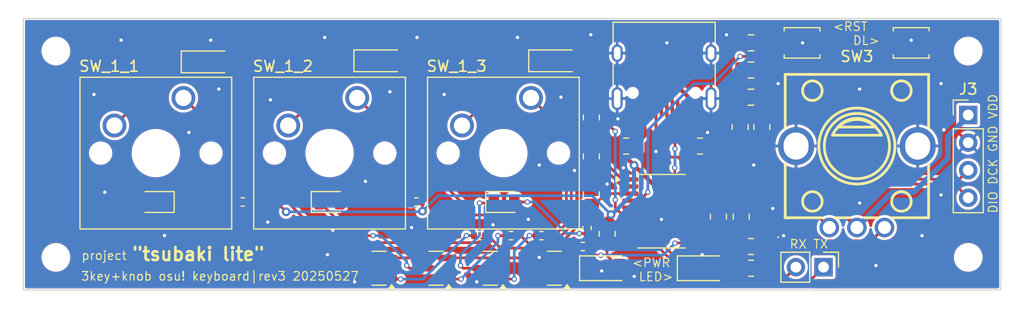
<source format=kicad_pcb>
(kicad_pcb (version 20241229) (generator "pcbnew") (generator_version "9.0")
  (title_block (title "Project \"tsubaki lite\"") (date "2025-05-27") (rev "3") (company "aisuneko @ Ametou Research Association") (comment 1 "and invaluable place & route guidance from @sbchild") (comment 2 "With reference to https://github.com/rgoulter/keyboard-labs") (comment 3 "3key+knob ortholinear osu! keyboard w/ individual LED, powered by CH32X035"))
  (layers (0 "F.Cu" signal "Front") (2 "B.Cu" signal "Back") (13 "F.Paste" user) (15 "B.Paste" user) (5 "F.SilkS" user "F.Silkscreen") (7 "B.SilkS" user "B.Silkscreen") (1 "F.Mask" user) (3 "B.Mask" user) (25 "Edge.Cuts" user))
  (net 0 "")
  (net 1 "/ROW1")
  (net 2 "Net-(D_1_1-K)")
  (net 3 "Net-(D_1_2-K)")
  (net 4 "Net-(D_1_3-K)")
  (net 5 "GND")
  (net 6 "VDD")
  (net 7 "/DP")
  (net 8 "/TX")
  (net 9 "/RX")
  (net 10 "Net-(L_1_1-K)")
  (net 11 "Net-(L_1_1-A)")
  (net 12 "Net-(L_1_2-A)")
  (net 13 "Net-(L_1_2-K)")
  (net 14 "Net-(L_1_3-A)")
  (net 15 "Net-(L_1_3-K)")
  (net 16 "Net-(Q1-S)")
  (net 17 "Net-(Q1-G)")
  (net 18 "Net-(Q2-G)")
  (net 19 "Net-(Q3-G)")
  (net 20 "Net-(Q4-G)")
  (net 21 "/LED_CTRL")
  (net 22 "/ROT_UP")
  (net 23 "/ROT_DOWN")
  (net 27 "/COL1")
  (net 28 "/COL2")
  (net 29 "/COL3")
  (net 30 "Net-(J1-CC1)")
  (net 31 "/DM")
  (net 32 "Net-(J1-CC2)")
  (net 33 "/RESET")
  (net 34 "Net-(D1-A)")
  (net 35 "Net-(SW2-B)")
  (net 38 "Net-(D2-A)")
  (net 39 "/DIO")
  (net 40 "/DCK")
  (footprint "Package_TO_SOT_SMD:SOT-23" (layer "F.Cu") (at 134 113 180)
    (property "Reference" "Q2" (hide yes))
    (property "Value" "AO3400A")
  )
  (footprint "Resistor_SMD:R_0805_2012Metric" (layer "F.Cu") (at 158.3 101.75)
    (property "Reference" "R3" (hide yes))
    (property "Value" "5.1k")
  )
  (footprint "Capacitor_SMD:C_0805_2012Metric" (layer "F.Cu") (at 163 92.25 180)
    (property "Reference" "C1" (hide yes))
    (property "Value" "100n")
  )
  (footprint "MountingHole:MountingHole_2.2mm_M2_DIN965" (layer "F.Cu") (at 99 93)
    (property "Reference" "H1" (hide yes))
    (property "Value" "MountingHole")
  )
  (footprint "LED_SMD:LED_0805_2012Metric" (layer "F.Cu") (at 124.2 106.9)
    (property "Reference" "L_1_2" (hide yes))
    (property "Value" "LED_Small")
  )
  (footprint "Resistor_SMD:R_0805_2012Metric" (layer "F.Cu") (at 148.3 99.1125 -90)
    (property "Reference" "R10" (hide yes))
    (property "Value" "10K")
  )
  (footprint "Resistor_SMD:R_0805_2012Metric" (layer "F.Cu") (at 162.1 108.25 -90)
    (property "Reference" "R15" (hide yes))
    (property "Value" "10K")
  )
  (footprint "Button_Switch_Keyboard:SW_Cherry_MX_1.00u_PCB" (layer "F.Cu") (at 142.74 97.32)
    (property "Reference" "SW_1_3")
    (property "Value" "MX-compatible")
  )
  (footprint "LED_SMD:LED_1206_3216Metric" (layer "F.Cu") (at 158.5 113)
    (property "Reference" "D1" (hide yes))
    (property "Value" "LED")
  )
  (footprint "Resistor_SMD:R_0805_2012Metric" (layer "F.Cu") (at 148.3 102.7 -90)
    (property "Reference" "R8" (hide yes))
    (property "Value" "10K")
  )
  (footprint "MountingHole:MountingHole_2.2mm_M2_DIN965" (layer "F.Cu") (at 183 93)
    (property "Reference" "H3" (hide yes))
    (property "Value" "MountingHole")
  )
  (footprint "Resistor_SMD:R_0805_2012Metric" (layer "F.Cu") (at 148.3 106.2 -90)
    (property "Reference" "R7" (hide yes))
    (property "Value" "10K")
  )
  (footprint "Resistor_SMD:R_0402_1005Metric" (layer "F.Cu") (at 116.2 106.9 180)
    (property "Reference" "R_1_1" (hide yes))
    (property "Value" "560R")
  )
  (footprint "Button_Switch_SMD:SW_SPST_B3U-1000P" (layer "F.Cu") (at 177.75 92.25)
    (property "Reference" "SW2" (hide yes))
    (property "Value" "SW_SPST")
  )
  (footprint "Resistor_SMD:R_0402_1005Metric" (layer "F.Cu") (at 147.51 111 180)
    (property "Reference" "R13" (hide yes))
    (property "Value" "220R")
  )
  (footprint "Connector_PinHeader_2.54mm:PinHeader_1x02_P2.54mm_Vertical" (layer "F.Cu") (at 169.675 112.9 -90)
    (property "Reference" "J2" (hide yes))
    (property "Value" "Conn_01x02")
  )
  (footprint "Diode_SMD:D_SOD-123" (layer "F.Cu") (at 112.9 94)
    (property "Reference" "D_1_1" (hide yes))
    (property "Value" "1N4148")
  )
  (footprint "Resistor_SMD:R_0402_1005Metric" (layer "F.Cu") (at 138 110 180)
    (property "Reference" "R6" (hide yes))
    (property "Value" "220R")
  )
  (footprint "Resistor_SMD:R_0805_2012Metric" (layer "F.Cu") (at 163 113 180)
    (property "Reference" "R4" (hide yes))
    (property "Value" "10K")
  )
  (footprint "Resistor_SMD:R_0805_2012Metric" (layer "F.Cu") (at 163 111 180)
    (property "Reference" "R12" (hide yes))
    (property "Value" "10K")
  )
  (footprint "Resistor_SMD:R_0805_2012Metric" (layer "F.Cu") (at 149.75 109.8375 -90)
    (property "Reference" "R5" (hide yes))
    (property "Value" "10K")
  )
  (footprint "MountingHole:MountingHole_2.2mm_M2_DIN965" (layer "F.Cu") (at 183 112)
    (property "Reference" "H4" (hide yes))
    (property "Value" "MountingHole")
  )
  (footprint "Diode_SMD:D_SOD-123" (layer "F.Cu") (at 128.8 93.9)
    (property "Reference" "D_1_2" (hide yes))
    (property "Value" "1N4148")
  )
  (footprint "LED_SMD:LED_0805_2012Metric" (layer "F.Cu") (at 140.2625 106.9)
    (property "Reference" "L_1_3" (hide yes))
    (property "Value" "LED_Small")
  )
  (footprint "LED_SMD:LED_0805_2012Metric" (layer "F.Cu") (at 108.2 106.9 180)
    (property "Reference" "L_1_1" (hide yes))
    (property "Value" "LED_Small")
  )
  (footprint "MountingHole:MountingHole_2.2mm_M2_DIN965" (layer "F.Cu") (at 99 112)
    (property "Reference" "H2" (hide yes))
    (property "Value" "MountingHole")
  )
  (footprint "Resistor_SMD:R_0402_1005Metric" (layer "F.Cu") (at 143.7 110 180)
    (property "Reference" "R11" (hide yes))
    (property "Value" "220R")
  )
  (footprint "Package_TO_SOT_SMD:SOT-23" (layer "F.Cu") (at 139 113 180)
    (property "Reference" "Q3" (hide yes))
    (property "Value" "AO3400A")
  )
  (footprint "Button_Switch_SMD:SW_SPST_B3U-1000P" (layer "F.Cu") (at 167.7 92.25)
    (property "Reference" "SW1" (hide yes))
    (property "Value" "SW_SPST")
  )
  (footprint "Capacitor_SMD:C_0805_2012Metric" (layer "F.Cu") (at 163 97.25)
    (property "Reference" "C2" (hide yes))
    (property "Value" "100n")
  )
  (footprint "Button_Switch_Keyboard:SW_Cherry_MX_1.00u_PCB" (layer "F.Cu") (at 126.74 97.32)
    (property "Reference" "SW_1_2")
    (property "Value" "MX-compatible")
  )
  (footprint "Resistor_SMD:R_0805_2012Metric" (layer "F.Cu") (at 160 108.25 -90)
    (property "Reference" "R14" (hide yes))
    (property "Value" "10K")
  )
  (footprint "Package_TO_SOT_SMD:SOT-23" (layer "F.Cu") (at 128.75 113 180)
    (property "Reference" "Q1" (hide yes))
    (property "Value" "AO3400A")
  )
  (footprint "local:SW-TH_EC12E1240406" (layer "F.Cu") (at 172.75 105.5)
    (property "Reference" "SW3")
    (property "Value" "EC12E1240406")
  )
  (footprint "LED_SMD:LED_1206_3216Metric" (layer "F.Cu") (at 149.5 113)
    (property "Reference" "D2" (hide yes))
    (property "Value" "LED")
  )
  (footprint "Resistor_SMD:R_0402_1005Metric" (layer "F.Cu") (at 147.9 109.3 -90)
    (property "Reference" "R_1_3" (hide yes))
    (property "Value" "560R")
  )
  (footprint "Package_TO_SOT_SMD:SOT-23" (layer "F.Cu") (at 144.9 113 180)
    (property "Reference" "Q4" (hide yes))
    (property "Value" "AO3400A")
  )
  (footprint "Resistor_SMD:R_0805_2012Metric" (layer "F.Cu") (at 151.5 101.75)
    (property "Reference" "R2" (hide yes))
    (property "Value" "5.1k")
  )
  (footprint "Resistor_SMD:R_0402_1005Metric" (layer "F.Cu") (at 140.9 110 180)
    (property "Reference" "R9" (hide yes))
    (property "Value" "220R")
  )
  (footprint "Resistor_SMD:R_0805_2012Metric" (layer "F.Cu") (at 164 100 90)
    (property "Reference" "R1" (hide yes))
    (property "Value" "10K")
  )
  (footprint "Diode_SMD:D_SOD-123" (layer "F.Cu") (at 144.9 93.9)
    (property "Reference" "D_1_3" (hide yes))
    (property "Value" "1N4148")
  )
  (footprint "Button_Switch_Keyboard:SW_Cherry_MX_1.00u_PCB" (layer "F.Cu") (at 110.74 97.32)
    (property "Reference" "SW_1_1")
    (property "Value" "MX-compatible")
  )
  (footprint "Capacitor_SMD:C_0805_2012Metric" (layer "F.Cu") (at 163 94.75)
    (property "Reference" "C3" (hide yes))
    (property "Value" "4.7uF")
  )
  (footprint "Package_SO:TSSOP-20_4.4x6.5mm_P0.65mm" (layer "F.Cu") (at 154.75 107.75)
    (property "Reference" "U1" (hide yes))
    (property "Value" "CH32X035F7P6")
  )
  (footprint "Resistor_SMD:R_0805_2012Metric" (layer "F.Cu") (at 162 100 -90)
    (property "Reference" "R16" (hide yes))
    (property "Value" "10K")
  )
  (footprint "Connector_USB:USB_C_Receptacle_HRO_TYPE-C-31-M-12" (layer "F.Cu") (at 155 94.25 180)
    (property "Reference" "J1" (hide yes))
    (property "Value" "USB_C_Receptacle_USB2.0_16P")
  )
  (footprint "Resistor_SMD:R_0402_1005Metric" (layer "F.Cu") (at 132.19 106.9 180)
    (property "Reference" "R_1_2" (hide yes))
    (property "Value" "560R")
  )
  (footprint "Connector_PinHeader_2.54mm:PinHeader_1x04_P2.54mm_Vertical" (layer "F.Cu") (at 183 98.89)
    (property "Reference" "J3")
    (property "Value" "Conn_01x04")
  )
  (gr_rect (start 96 90) (end 186 115) (stroke (width 0.1)) (fill no) (layer "Edge.Cuts"))
  (gr_text "RX TX" (at 166.5 111.25 0) (layer "F.SilkS") (effects (font (size 0.8 0.8) (thickness 0.1)) (justify left bottom)))
  (gr_text "DIO DCK GND VDD" (at 185.75 108 90) (layer "F.SilkS") (effects (font (size 0.8 0.8) (thickness 0.1)) (justify left bottom)))
  (gr_text "<RST\n   DL>" (at 170.5 92.5 0) (layer "F.SilkS") (effects (font (size 0.8 0.8) (thickness 0.1)) (justify left bottom)))
  (gr_text "{dblquote}tsubaki lite{dblquote}" (at 105.9 112.4 0) (layer "F.SilkS") (effects (font (size 1.2 1.2) (thickness 0.24) (bold yes)) (justify left bottom)))
  (gr_text "<PWR\n LED>" (at 152 114.25 0) (layer "F.SilkS") (effects (font (size 0.8 0.8) (thickness 0.1)) (justify left bottom)))
  (gr_text "3key+knob osu! keyboard|rev3 20250527" (at 101.25 114.2 0) (layer "F.SilkS") (effects (font (size 0.8 0.8) (thickness 0.1)) (justify left bottom)))
  (gr_text "project" (at 101.3 112.3 0) (layer "F.SilkS") (effects (font (size 0.8 0.8) (thickness 0.1)) (justify left bottom)))
  (segment (start 130.45 93.9) (end 131.45 92.9) (width 0.25) (layer "F.Cu") (net 1))
  (segment (start 151.150001 108.075) (end 151.8875 108.075) (width 0.25) (layer "F.Cu") (net 1))
  (segment (start 114.55 94) (end 115.65 92.9) (width 0.25) (layer "F.Cu") (net 1))
  (segment (start 131.45 92.9) (end 145.55 92.9) (width 0.25) (layer "F.Cu") (net 1))
  (segment (start 149.7 97.05) (end 149.7 99.6) (width 0.25) (layer "F.Cu") (net 1))
  (segment (start 150.5 107.424999) (end 151.150001 108.075) (width 0.25) (layer "F.Cu") (net 1))
  (segment (start 149.7 99.6) (end 150.5 100.4) (width 0.25) (layer "F.Cu") (net 1))
  (segment (start 115.65 92.9) (end 129.45 92.9) (width 0.25) (layer "F.Cu") (net 1))
  (segment (start 149.7 97.05) (end 146.55 93.9) (width 0.25) (layer "F.Cu") (net 1))
  (segment (start 145.55 92.9) (end 146.55 93.9) (width 0.25) (layer "F.Cu") (net 1))
  (segment (start 129.45 92.9) (end 130.45 93.9) (width 0.25) (layer "F.Cu") (net 1))
  (segment (start 150.5 106.7) (end 150.5 107.424999) (width 0.25) (layer "F.Cu") (net 1))
  (via (at 150.5 106.7) (size 0.5) (drill 0.3) (layers "F.Cu" "B.Cu") (net 1))
  (via (at 150.5 100.4) (size 0.5) (drill 0.3) (layers "F.Cu" "B.Cu") (net 1))
  (segment (start 150.5 106.7) (end 150.5 100.4) (width 0.25) (layer "B.Cu") (net 1))
  (segment (start 111.25 94) (end 110.25 94) (width 0.25) (layer "F.Cu") (net 2))
  (segment (start 110.25 94) (end 104.39 99.86) (width 0.25) (layer "F.Cu") (net 2))
  (segment (start 127.15 93.9) (end 126.35 93.9) (width 0.25) (layer "F.Cu") (net 3))
  (segment (start 126.35 93.9) (end 120.39 99.86) (width 0.25) (layer "F.Cu") (net 3))
  (segment (start 142.35 93.9) (end 136.39 99.86) (width 0.25) (layer "F.Cu") (net 4))
  (segment (start 143.25 93.9) (end 142.35 93.9) (width 0.25) (layer "F.Cu") (net 4))
  (via (at 113.25 92) (size 0.5) (drill 0.3) (layers "F.Cu" "B.Cu") (net 5))
  (via (at 152.25 113.75) (size 0.5) (drill 0.3) (layers "F.Cu" "B.Cu") (net 5))
  (via (at 160.75 91.5) (size 0.5) (drill 0.3) (layers "F.Cu" "B.Cu") (net 5))
  (via (at 129.75 96.75) (size 0.5) (drill 0.3) (layers "F.Cu" "B.Cu") (net 5))
  (via (at 154.25 102.25) (size 0.5) (drill 0.3) (layers "F.Cu" "B.Cu") (net 5))
  (via (at 134.75 97) (size 0.5) (drill 0.3) (layers "F.Cu" "B.Cu") (net 5))
  (via (at 178.75 110) (size 0.5) (drill 0.3) (layers "F.Cu" "B.Cu") (net 5))
  (via (at 114 96.5) (size 0.5) (drill 0.3) (layers "F.Cu" "B.Cu") (net 5))
  (via (at 131.75 109.25) (size 0.5) (drill 0.3) (layers "F.Cu" "B.Cu") (net 5))
  (via (at 146.75 104) (size 0.5) (drill 0.3) (layers "F.Cu" "B.Cu") (net 5))
  (via (at 141.5 91.75) (size 0.5) (drill 0.3) (layers "F.Cu" "B.Cu") (net 5))
  (via (at 145.5 97.25) (size 0.5) (drill 0.3) (layers "F.Cu" "B.Cu") (net 5))
  (via (at 150.75 99.25) (size 0.5) (drill 0.3) (layers "F.Cu" "B.Cu") (net 5))
  (via (at 148.25 91.5) (size 0.5) (drill 0.3) (layers "F.Cu" "B.Cu") (net 5))
  (via (at 180.5 106.25) (size 0.5) (drill 0.3) (layers "F.Cu" "B.Cu") (net 5))
  (via (at 118.5 108.75) (size 0.5) (drill 0.3) (layers "F.Cu" "B.Cu") (net 5))
  (via (at 105 92) (size 0.5) (drill 0.3) (layers "F.Cu" "B.Cu") (net 5))
  (via (at 142.5 108.5) (size 0.5) (drill 0.3) (layers "F.Cu" "B.Cu") (net 5))
  (via (at 124 111.75) (size 0.5) (drill 0.3) (layers "F.Cu" "B.Cu") (net 5))
  (via (at 149.25 113.25) (size 0.5) (drill 0.3) (layers "F.Cu" "B.Cu") (net 5))
  (via (at 177.75 92) (size 0.5) (drill 0.3) (layers "F.Cu" "B.Cu") (net 5))
  (via (at 173 96.5) (size 0.5) (drill 0.3) (layers "F.Cu" "B.Cu") (net 5))
  (via (at 139.25 109) (size 0.5) (drill 0.3) (layers "F.Cu" "B.Cu") (net 5))
  (via (at 151.25 103.75) (size 0.5) (drill 0.3) (layers "F.Cu" "B.Cu") (net 5))
  (via (at 155.25 92.25) (size 0.5) (drill 0.3) (layers "F.Cu" "B.Cu") (net 5))
  (via (at 154.75 108.5) (size 0.5) (drill 0.3) (layers "F.Cu" "B.Cu") (net 5))
  (via (at 123.75 91.75) (size 0.5) (drill 0.3) (layers "F.Cu" "B.Cu") (net 5))
  (via (at 180.75 100.25) (size 0.5) (drill 0.3) (layers "F.Cu" "B.Cu") (net 5))
  (via (at 102.5 97) (size 0.5) (drill 0.3) (layers "F.Cu" "B.Cu") (net 5))
  (via (at 167.75 92.25) (size 0.5) (drill 0.3) (layers "F.Cu" "B.Cu") (net 5))
  (via (at 143.5 112) (size 0.5) (drill 0.3) (layers "F.Cu" "B.Cu") (net 5))
  (via (at 109 110) (size 0.5) (drill 0.3) (layers "F.Cu" "B.Cu") (net 5))
  (via (at 132.25 91.75) (size 0.5) (drill 0.3) (layers "F.Cu" "B.Cu") (net 5))
  (via (at 166 110) (size 0.5) (drill 0.3) (layers "F.Cu" "B.Cu") (net 5))
  (via (at 137.75 114.25) (size 0.5) (drill 0.3) (layers "F.Cu" "B.Cu") (net 5))
  (via (at 173 107) (size 0.5) (drill 0.3) (layers "F.Cu" "B.Cu") (net 5))
  (via (at 149.75 105.25) (size 0.5) (drill 0.3) (layers "F.Cu" "B.Cu") (net 5))
  (via (at 159 100.5) (size 0.5) (drill 0.3) (layers "F.Cu" "B.Cu") (net 5))
  (via (at 126.5 114.25) (size 0.5) (drill 0.3) (layers "F.Cu" "B.Cu") (net 5))
  (via (at 127.5 105) (size 0.5) (drill 0.3) (layers "F.Cu" "B.Cu") (net 5))
  (via (at 163.25 103.5) (size 0.5) (drill 0.3) (layers "F.Cu" "B.Cu") (net 5))
  (via (at 118.75 97.5) (size 0.5) (drill 0.3) (layers "F.Cu" "B.Cu") (net 5))
  (via (at 111.25 100.5) (size 0.5) (drill 0.3) (layers "F.Cu" "B.Cu") (net 5))
  (via (at 124.5 109.5) (size 0.5) (drill 0.3) (layers "F.Cu" "B.Cu") (net 5))
  (via (at 165.5 96) (size 0.5) (drill 0.3) (layers "F.Cu" "B.Cu") (net 5))
  (via (at 103.5 106) (size 0.5) (drill 0.3) (layers "F.Cu" "B.Cu") (net 5))
  (via (at 174.5 112.75) (size 0.5) (drill 0.3) (layers "F.Cu" "B.Cu") (net 5))
  (via (at 143.5 103.5) (size 0.5) (drill 0.3) (layers "F.Cu" "B.Cu") (net 5))
  (via (at 165 107.5) (size 0.5) (drill 0.3) (layers "F.Cu" "B.Cu") (net 5))
  (via (at 180.5 96) (size 0.5) (drill 0.3) (layers "F.Cu" "B.Cu") (net 5))
  (via (at 158.5 111.75) (size 0.5) (drill 0.3) (layers "F.Cu" "B.Cu") (net 5))
  (segment (start 149.615 108.79) (end 149.75 108.925) (width 0.25) (layer "F.Cu") (net 6))
  (segment (start 152.55 99.2) (end 151.5085 100.2415) (width 0.381) (layer "F.Cu") (net 6))
  (segment (start 157.45 97.463731) (end 157.45 98.295) (width 0.381) (layer "F.Cu") (net 6))
  (segment (start 158.9085 106.977356) (end 158.9085 106.802356) (width 0.381) (layer "F.Cu") (net 6))
  (segment (start 158.460856 107.425) (end 158.9085 106.977356) (width 0.381) (layer "F.Cu") (net 6))
  (segment (start 119.294694 106.9) (end 120.197347 107.802653) (width 0.254) (layer "F.Cu") (net 6))
  (segment (start 152.55 98.295) (end 152.55 97.463731) (width 0.381) (layer "F.Cu") (net 6))
  (segment (start 151.5085 100.2415) (end 151.5085 102.793642) (width 0.381) (layer "F.Cu") (net 6))
  (segment (start 116.71 106.9) (end 119.294694 106.9) (width 0.254) (layer "F.Cu") (net 6))
  (segment (start 163.8875 99.0875) (end 162.05 97.25) (width 0.508) (layer "F.Cu") (net 6))
  (segment (start 157.45 99.2) (end 157.75 99.5) (width 0.381) (layer "F.Cu") (net 6))
  (segment (start 150.111596 108.061901) (end 149.75 108.423497) (width 0.381) (layer "F.Cu") (net 6))
  (segment (start 157.75 99.5) (end 159.8 99.5) (width 0.381) (layer "F.Cu") (net 6))
  (segment (start 132.75 106.95) (end 132.7 106.9) (width 0.254) (layer "F.Cu") (net 6))
  (segment (start 155.9 95.913731) (end 157.45 97.463731) (width 0.381) (layer "F.Cu") (net 6))
  (segment (start 152.55 97.463731) (end 154.113731 95.9) (width 0.381) (layer "F.Cu") (net 6))
  (segment (start 164 99.0875) (end 163.8875 99.0875) (width 0.508) (layer "F.Cu") (net 6))
  (segment (start 162.05 97.25) (end 162.05 94.75) (width 0.508) (layer "F.Cu") (net 6))
  (segment (start 147.9 108.79) (end 149.615 108.79) (width 0.25) (layer "F.Cu") (net 6))
  (segment (start 151.5085 102.793642) (end 152.232429 103.517571) (width 0.381) (layer "F.Cu") (net 6))
  (segment (start 169.933436 106.4335) (end 172.75 109.250064) (width 0.381) (layer "F.Cu") (net 6))
  (segment (start 156.139858 107.425) (end 157.6125 107.425) (width 0.381) (layer "F.Cu") (net 6))
  (segment (start 158.9085 106.802356) (end 159.277356 106.4335) (width 0.381) (layer "F.Cu") (net 6))
  (segment (start 157.45 98.295) (end 157.45 99.2) (width 0.381) (layer "F.Cu") (net 6))
  (segment (start 152.232429 103.517571) (end 156.139858 107.425) (width 0.381) (layer "F.Cu") (net 6))
  (segment (start 157.6125 107.425) (end 158.460856 107.425) (width 0.381) (layer "F.Cu") (net 6))
  (segment (start 152.55 98.295) (end 152.55 99.2) (width 0.381) (layer "F.Cu") (net 6))
  (segment (start 155.9 95.9) (end 155.9 95.913731) (width 0.381) (layer "F.Cu") (net 6))
  (segment (start 132.75 107.75) (end 132.75 106.95) (width 0.254) (layer "F.Cu") (net 6))
  (segment (start 159.8 99.5) (end 162.05 97.25) (width 0.381) (layer "F.Cu") (net 6))
  (segment (start 149.75 108.423497) (end 149.75 108.925) (width 0.381) (layer "F.Cu") (net 6))
  (segment (start 159.277356 106.4335) (end 169.933436 106.4335) (width 0.381) (layer "F.Cu") (net 6))
  (segment (start 154.113731 95.9) (end 155.9 95.9) (width 0.381) (layer "F.Cu") (net 6))
  (via (at 152.232429 103.517571) (size 0.8) (drill 0.4) (layers "F.Cu" "B.Cu") (net 6))
  (via (at 132.75 107.75) (size 0.8) (drill 0.4) (layers "F.Cu" "B.Cu") (net 6))
  (via (at 150.111596 108.061901) (size 0.8) (drill 0.4) (layers "F.Cu" "B.Cu") (net 6))
  (via (at 120.197347 107.802653) (size 0.8) (drill 0.4) (layers "F.Cu" "B.Cu") (net 6))
  (segment (start 181.125 100.872021) (end 183 98.997021) (width 0.508) (layer "B.Cu") (net 6))
  (segment (start 152.232429 106.017571) (end 152.232429 103.517571) (width 0.381) (layer "B.Cu") (net 6))
  (segment (start 150.111596 108.061901) (end 150.188099 108.061901) (width 0.381) (layer "B.Cu") (net 6))
  (segment (start 181.125 102.875) (end 181.125 100.872021) (width 0.508) (layer "B.Cu") (net 6))
  (segment (start 120.197347 107.802653) (end 132.697347 107.802653) (width 0.254) (layer "B.Cu") (net 6))
  (segment (start 132.697347 107.802653) (end 132.75 107.75) (width 0.254) (layer "B.Cu") (net 6))
  (segment (start 150.111596 108.061901) (end 148.371695 106.322) (width 0.254) (layer "B.Cu") (net 6))
  (segment (start 176.000064 106) (end 178 106) (width 0.508) (layer "B.Cu") (net 6))
  (segment (start 148.371695 106.322) (end 134.178 106.322) (width 0.254) (layer "B.Cu") (net 6))
  (segment (start 172.75 109.250064) (end 176.000064 106) (width 0.508) (layer "B.Cu") (net 6))
  (segment (start 178 106) (end 181.125 102.875) (width 0.508) (layer "B.Cu") (net 6))
  (segment (start 183 98.997021) (end 183 98.89) (width 0.508) (layer "B.Cu") (net 6))
  (segment (start 134.178 106.322) (end 132.75 107.75) (width 0.254) (layer "B.Cu") (net 6))
  (segment (start 150.188099 108.061901) (end 152.232429 106.017571) (width 0.381) (layer "B.Cu") (net 6))
  (segment (start 156.276 102.776) (end 156.879486 102.776) (width 0.25) (layer "F.Cu") (net 7))
  (segment (start 172.371514 92.25) (end 164.547514 100.074) (width 0.25) (layer "F.Cu") (net 7))
  (segment (start 156.549 103.106486) (end 156.549 103.049) (width 0.25) (layer "F.Cu") (net 7))
  (segment (start 155.25 102.387721) (end 155.638279 102.776) (width 0.25) (layer "F.Cu") (net 7))
  (segment (start 164.547514 100.074) (end 162.8385 100.074) (width 0.25) (layer "F.Cu") (net 7))
  (segment (start 162.8385 100.074) (end 162 100.9125) (width 0.25) (layer "F.Cu") (net 7))
  (segment (start 155.25 98.295) (end 155.25 100.5) (width 0.25) (layer "F.Cu") (net 7))
  (segment (start 156.919774 106.125) (end 156.549 105.754226) (width 0.25) (layer "F.Cu") (net 7))
  (segment (start 155.25 100.75) (end 155.25 101.146514) (width 0.25) (layer "F.Cu") (net 7))
  (segment (start 155.638279 102.776) (end 156.276 102.776) (width 0.25) (layer "F.Cu") (net 7))
  (segment (start 155 100.75) (end 155.25 100.75) (width 0.254) (layer "F.Cu") (net 7))
  (segment (start 154.25 100.146514) (end 154.801743 100.698257) (width 0.254) (layer "F.Cu") (net 7))
  (segment (start 160.1365 102.776) (end 162 100.9125) (width 0.25) (layer "F.Cu") (net 7))
  (segment (start 156.879486 102.776) (end 158.318774 102.776) (width 0.25) (layer "F.Cu") (net 7))
  (segment (start 156.549 103.049) (end 156.276 102.776) (width 0.25) (layer "F.Cu") (net 7))
  (segment (start 156.549 103.106486) (end 156.879486 102.776) (width 0.25) (layer "F.Cu") (net 7))
  (segment (start 157.6125 106.125) (end 156.919774 106.125) (width 0.25) (layer "F.Cu") (net 7))
  (segment (start 154.801743 100.698257) (end 154.853486 100.75) (width 0.254) (layer "F.Cu") (net 7))
  (segment (start 154.853486 100.75) (end 155 100.75) (width 0.254) (layer "F.Cu") (net 7))
  (segment (start 155.25 100.5) (end 155.25 100.75) (width 0.25) (layer "F.Cu") (net 7))
  (segment (start 154.25 98.295) (end 154.25 100.146514) (width 0.254) (layer "F.Cu") (net 7))
  (segment (start 155.25 100.5) (end 155 100.75) (width 0.25) (layer "F.Cu") (net 7))
  (segment (start 158.318774 102.776) (end 160.1365 102.776) (width 0.25) (layer "F.Cu") (net 7))
  (segment (start 156.549 105.754226) (end 156.549 103.106486) (width 0.25) (layer "F.Cu") (net 7))
  (segment (start 154.801743 100.698257) (end 155.25 101.146514) (width 0.254) (layer "F.Cu") (net 7))
  (segment (start 176.05 92.25) (end 172.371514 92.25) (width 0.25) (layer "F.Cu") (net 7))
  (segment (start 155.25 101.146514) (end 155.25 102.387721) (width 0.25) (layer "F.Cu") (net 7))
  (segment (start 155.698 114.057324) (end 156.291676 114.651) (width 0.25) (layer "F.Cu") (net 8))
  (segment (start 156.291676 114.651) (end 167.924 114.651) (width 0.25) (layer "F.Cu") (net 8))
  (segment (start 167.924 114.651) (end 169.675 112.9) (width 0.25) (layer "F.Cu") (net 8))
  (segment (start 151.8875 109.375) (end 152.775 109.375) (width 0.25) (layer "F.Cu") (net 8))
  (segment (start 155.698 112.298) (end 155.698 114.057324) (width 0.25) (layer "F.Cu") (net 8))
  (segment (start 152.775 109.375) (end 155.698 112.298) (width 0.25) (layer "F.Cu") (net 8))
  (segment (start 153.2 107.7) (end 153.2 109.16219) (width 0.25) (layer "F.Cu") (net 9))
  (segment (start 152.925 107.425) (end 153.2 107.7) (width 0.25) (layer "F.Cu") (net 9))
  (segment (start 165.835 114.2) (end 167.135 112.9) (width 0.25) (layer "F.Cu") (net 9))
  (segment (start 151.8875 107.425) (end 152.925 107.425) (width 0.25) (layer "F.Cu") (net 9))
  (segment (start 156.478486 114.2) (end 165.835 114.2) (width 0.25) (layer "F.Cu") (net 9))
  (segment (start 156.149 112.11119) (end 156.149 113.870514) (width 0.25) (layer "F.Cu") (net 9))
  (segment (start 156.149 113.870514) (end 156.478486 114.2) (width 0.25) (layer "F.Cu") (net 9))
  (segment (start 153.2 109.16219) (end 156.149 112.11119) (width 0.25) (layer "F.Cu") (net 9))
  (segment (start 114 106.9) (end 120.1 113) (width 0.25) (layer "F.Cu") (net 10))
  (segment (start 120.1 113) (end 127.3625 113) (width 0.25) (layer "F.Cu") (net 10))
  (segment (start 109.1375 106.9) (end 114 106.9) (width 0.25) (layer "F.Cu") (net 10))
  (segment (start 108.2885 105.874) (end 114.664 105.874) (width 0.25) (layer "F.Cu") (net 11))
  (segment (start 114.664 105.874) (end 115.69 106.9) (width 0.25) (layer "F.Cu") (net 11))
  (segment (start 107.2625 106.9) (end 108.2885 105.874) (width 0.25) (layer "F.Cu") (net 11))
  (segment (start 131.68 106.9) (end 125.1375 106.9) (width 0.25) (layer "F.Cu") (net 12))
  (segment (start 131.3 112.75) (end 131.55 113) (width 0.25) (layer "F.Cu") (net 13))
  (segment (start 126.3625 110) (end 123.2625 106.9) (width 0.25) (layer "F.Cu") (net 13))
  (segment (start 131.55 113) (end 133.0625 113) (width 0.25) (layer "F.Cu") (net 13))
  (segment (start 128.2 110) (end 126.3625 110) (width 0.25) (layer "F.Cu") (net 13))
  (via (at 128.2 110) (size 0.5) (drill 0.3) (layers "F.Cu" "B.Cu") (net 13))
  (via (at 131.3 112.75) (size 0.5) (drill 0.3) (layers "F.Cu" "B.Cu") (net 13))
  (segment (start 131.3 112.362219) (end 128.937781 110) (width 0.25) (layer "B.Cu") (net 13))
  (segment (start 128.937781 110) (end 128.2 110) (width 0.25) (layer "B.Cu") (net 13))
  (segment (start 131.3 112.75) (end 131.3 112.362219) (width 0.25) (layer "B.Cu") (net 13))
  (segment (start 142.4 106.9) (end 141.2 106.9) (width 0.25) (layer "F.Cu") (net 14))
  (segment (start 147.21 109.81) (end 147.2 109.8) (width 0.25) (layer "F.Cu") (net 14))
  (segment (start 147.9 109.81) (end 147.21 109.81) (width 0.25) (layer "F.Cu") (net 14))
  (via (at 142.4 106.9) (size 0.5) (drill 0.3) (layers "F.Cu" "B.Cu") (net 14))
  (via (at 147.2 109.8) (size 0.5) (drill 0.3) (layers "F.Cu" "B.Cu") (net 14))
  (segment (start 147.2 109.8) (end 146 109.8) (width 0.25) (layer "B.Cu") (net 14))
  (segment (start 146 109.8) (end 143.1 106.9) (width 0.25) (layer "B.Cu") (net 14))
  (segment (start 143.1 106.9) (end 142.4 106.9) (width 0.25) (layer "B.Cu") (net 14))
  (segment (start 136.5 113) (end 136.25 112.75) (width 0.254) (layer "F.Cu") (net 15))
  (segment (start 138 107) (end 139.225 107) (width 0.254) (layer "F.Cu") (net 15))
  (segment (start 138.0625 113) (end 136.5 113) (width 0.254) (layer "F.Cu") (net 15))
  (segment (start 139.225 107) (end 139.325 106.9) (width 0.254) (layer "F.Cu") (net 15))
  (via (at 138 107) (size 0.5) (drill 0.3) (layers "F.Cu" "B.Cu") (net 15))
  (via (at 136.25 112.75) (size 0.5) (drill 0.3) (layers "F.Cu" "B.Cu") (net 15))
  (segment (start 137.75 110.25) (end 138 110) (width 0.254) (layer "B.Cu") (net 15))
  (segment (start 136.25 112.75) (end 136.25 111.75) (width 0.254) (layer "B.Cu") (net 15))
  (segment (start 138 110) (end 138 107) (width 0.254) (layer "B.Cu") (net 15))
  (segment (start 136.25 111.75) (end 137.75 110.25) (width 0.254) (layer "B.Cu") (net 15))
  (segment (start 142.6 113) (end 143.9625 113) (width 0.25) (layer "F.Cu") (net 16))
  (segment (start 139.9375 112.05) (end 141.65 112.05) (width 0.25) (layer "F.Cu") (net 16))
  (segment (start 129.2375 112.05) (end 134.9375 112.05) (width 0.25) (layer "F.Cu") (net 16))
  (segment (start 134.9375 112.05) (end 139.9375 112.05) (width 0.25) (layer "F.Cu") (net 16))
  (segment (start 141.65 112.05) (end 142.6 113) (width 0.25) (layer "F.Cu") (net 16))
  (segment (start 130.75 114) (end 129.2875 114) (width 0.25) (layer "F.Cu") (net 17))
  (segment (start 137.49 110) (end 136.8 110) (width 0.25) (layer "F.Cu") (net 17))
  (segment (start 129.2875 114) (end 129.2375 113.95) (width 0.25) (layer "F.Cu") (net 17))
  (via (at 136.8 110) (size 0.5) (drill 0.3) (layers "F.Cu" "B.Cu") (net 17))
  (via (at 130.75 114) (size 0.5) (drill 0.3) (layers "F.Cu" "B.Cu") (net 17))
  (segment (start 130.75 114) (end 132.8 114) (width 0.25) (layer "B.Cu") (net 17))
  (segment (start 132.8 114) (end 136.8 110) (width 0.25) (layer "B.Cu") (net 17))
  (segment (start 136.3 114) (end 134.9875 114) (width 0.25) (layer "F.Cu") (net 18))
  (segment (start 134.9875 114) (end 134.9375 113.95) (width 0.25) (layer "F.Cu") (net 18))
  (segment (start 140.39 110) (end 139.7 110) (width 0.25) (layer "F.Cu") (net 18))
  (via (at 139.7 110) (size 0.5) (drill 0.3) (layers "F.Cu" "B.Cu") (net 18))
  (via (at 136.3 114) (size 0.5) (drill 0.3) (layers "F.Cu" "B.Cu") (net 18))
  (segment (start 139.7 110) (end 139.7 110.6) (width 0.25) (layer "B.Cu") (net 18))
  (segment (start 139.7 110.6) (end 136.3 114) (width 0.25) (layer "B.Cu") (net 18))
  (segment (start 142.613174 110) (end 142.606587 109.993413) (width 0.25) (layer "F.Cu") (net 19))
  (segment (start 143.19 110) (end 142.613174 110) (width 0.25) (layer "F.Cu") (net 19))
  (segment (start 139.9875 114) (end 139.9375 113.95) (width 0.25) (layer "F.Cu") (net 19))
  (segment (start 141.2 114) (end 139.9875 114) (width 0.25) (layer "F.Cu") (net 19))
  (via (at 142.606587 109.993413) (size 0.5) (drill 0.3) (layers "F.Cu" "B.Cu") (net 19))
  (via (at 141.2 114) (size 0.5) (drill 0.3) (layers "F.Cu" "B.Cu") (net 19))
  (segment (start 141.2 111.4) (end 141.2 114) (width 0.25) (layer "B.Cu") (net 19))
  (segment (start 142.606587 109.993413) (end 141.2 111.4) (width 0.25) (layer "B.Cu") (net 19))
  (segment (start 147 112.7875) (end 147 111) (width 0.25) (layer "F.Cu") (net 20))
  (segment (start 145.8375 113.95) (end 147 112.7875) (width 0.25) (layer "F.Cu") (net 20))
  (segment (start 163.9125 112.825) (end 162.0875 111) (width 0.25) (layer "F.Cu") (net 21))
  (segment (start 163.9125 112.636171) (end 163.9125 113) (width 0.25) (layer "F.Cu") (net 21))
  (segment (start 148.4 111.8) (end 148.02 111.42) (width 0.25) (layer "F.Cu") (net 21))
  (segment (start 161.7625 110.675) (end 162.0875 111) (width 0.25) (layer "F.Cu") (net 21))
  (segment (start 163.9125 113) (end 163.9125 112.825) (width 0.25) (layer "F.Cu") (net 21))
  (segment (start 149.175 111.8) (end 148.4 111.8) (width 0.25) (layer "F.Cu") (net 21))
  (segment (start 148.02 111.42) (end 148.02 111) (width 0.25) (layer "F.Cu") (net 21))
  (segment (start 161.725 110.675) (end 162 110.4) (width 0.25) (layer "F.Cu") (net 21))
  (segment (start 156.025 110.675) (end 156 110.7) (width 0.25) (layer "F.Cu") (net 21))
  (segment (start 157.6125 110.675) (end 156.025 110.675) (width 0.25) (layer "F.Cu") (net 21))
  (segment (start 162 110.4) (end 162 110.723671) (width 0.25) (layer "F.Cu") (net 21))
  (segment (start 157.6125 110.675) (end 161.7625 110.675) (width 0.25) (layer "F.Cu") (net 21))
  (via (at 149.175 111.8) (size 0.5) (drill 0.3) (layers "F.Cu" "B.Cu") (net 21))
  (via (at 156 110.7) (size 0.5) (drill 0.3) (layers "F.Cu" "B.Cu") (net 21))
  (segment (start 154.9 111.8) (end 149.175 111.8) (width 0.25) (layer "B.Cu") (net 21))
  (segment (start 156 110.7) (end 154.9 111.8) (width 0.25) (layer "B.Cu") (net 21))
  (segment (start 169.281931 108.322) (end 170.209995 109.250064) (width 0.254) (layer "F.Cu") (net 22))
  (segment (start 160.8405 108.322) (end 169.281931 108.322) (width 0.254) (layer "F.Cu") (net 22))
  (segment (start 159.1625 109.1625) (end 160 109.1625) (width 0.254) (layer "F.Cu") (net 22))
  (segment (start 160 109.1625) (end 160.8405 108.322) (width 0.254) (layer "F.Cu") (net 22))
  (segment (start 157.6125 108.725) (end 158.725 108.725) (width 0.254) (layer "F.Cu") (net 22))
  (segment (start 158.725 108.725) (end 159.1625 109.1625) (width 0.254) (layer "F.Cu") (net 22))
  (segment (start 158.625 109.375) (end 159.472 110.222) (width 0.254) (layer "F.Cu") (net 23))
  (segment (start 159.472 110.222) (end 161.0405 110.222) (width 0.254) (layer "F.Cu") (net 23))
  (segment (start 169.70134 110.478064) (end 174.062005 110.478064) (width 0.254) (layer "F.Cu") (net 23))
  (segment (start 168.385776 109.1625) (end 169.70134 110.478064) (width 0.254) (layer "F.Cu") (net 23))
  (segment (start 174.062005 110.478064) (end 175.290005 109.250064) (width 0.254) (layer "F.Cu") (net 23))
  (segment (start 161.0405 110.222) (end 162.1 109.1625) (width 0.254) (layer "F.Cu") (net 23))
  (segment (start 162.1 109.1625) (end 168.385776 109.1625) (width 0.254) (layer "F.Cu") (net 23))
  (segment (start 157.6125 109.375) (end 158.625 109.375) (width 0.254) (layer "F.Cu") (net 23))
  (segment (start 146.902 107.698) (end 146.902 109.27362) (width 0.25) (layer "F.Cu") (net 27))
  (segment (start 148.6375 107.1125) (end 148.3 107.1125) (width 0.25) (layer "F.Cu") (net 27))
  (segment (start 149.625 106.125) (end 148.6375 107.1125) (width 0.25) (layer "F.Cu") (net 27))
  (segment (start 138.8 110) (end 138.51 110) (width 0.25) (layer "F.Cu") (net 27))
  (segment (start 146.902 109.27362) (end 145.02462 111.151) (width 0.25) (layer "F.Cu") (net 27))
  (segment (start 110.74 97.32) (end 124.066 110.646) (width 0.25) (layer "F.Cu") (net 27))
  (segment (start 139.951 111.151) (end 138.8 110) (width 0.25) (layer "F.Cu") (net 27))
  (segment (start 145.02462 111.151) (end 139.951 111.151) (width 0.25) (layer "F.Cu") (net 27))
  (segment (start 147.4875 107.1125) (end 146.902 107.698) (width 0.25) (layer "F.Cu") (net 27))
  (segment (start 151.8875 106.125) (end 149.625 106.125) (width 0.25) (layer "F.Cu") (net 27))
  (segment (start 148.3 107.1125) (end 147.4875 107.1125) (width 0.25) (layer "F.Cu") (net 27))
  (segment (start 137.864 110.646) (end 138.51 110) (width 0.25) (layer "F.Cu") (net 27))
  (segment (start 124.066 110.646) (end 137.864 110.646) (width 0.25) (layer "F.Cu") (net 27))
  (segment (start 151.8875 105.475) (end 151.150001 105.475) (width 0.25) (layer "F.Cu") (net 28))
  (segment (start 146.451 109.08681) (end 146.451 105.4615) (width 0.25) (layer "F.Cu") (net 28))
  (segment (start 144.83781 110.7) (end 146.451 109.08681) (width 0.25) (layer "F.Cu") (net 28))
  (segment (start 141.41 110) (end 141.8 110) (width 0.25) (layer "F.Cu") (net 28))
  (segment (start 139.51 108.1) (end 137.52 108.1) (width 0.25) (layer "F.Cu") (net 28))
  (segment (start 146.451 105.4615) (end 148.3 103.6125) (width 0.25) (layer "F.Cu") (net 28))
  (segment (start 149.287501 103.6125) (end 148.3 103.6125) (width 0.25) (layer "F.Cu") (net 28))
  (segment (start 141.41 110) (end 139.51 108.1) (width 0.25) (layer "F.Cu") (net 28))
  (segment (start 141.8 110) (end 142.5 110.7) (width 0.25) (layer "F.Cu") (net 28))
  (segment (start 137.52 108.1) (end 126.74 97.32) (width 0.25) (layer "F.Cu") (net 28))
  (segment (start 151.150001 105.475) (end 149.287501 103.6125) (width 0.25) (layer "F.Cu") (net 28))
  (segment (start 142.5 110.7) (end 144.83781 110.7) (width 0.25) (layer "F.Cu") (net 28))
  (segment (start 145.445 100.025) (end 148.3 100.025) (width 0.25) (layer "F.Cu") (net 29))
  (segment (start 144.21 110) (end 144.9 110) (width 0.25) (layer "F.Cu") (net 29))
  (segment (start 148.3 100.025) (end 148.175 100.025) (width 0.25) (layer "F.Cu") (net 29))
  (segment (start 146 108.9) (end 146 103.383562) (width 0.25) (layer "F.Cu") (net 29))
  (segment (start 149.326 103.013189) (end 149.326 100.526) (width 0.25) (layer "F.Cu") (net 29))
  (segment (start 142.74 97.32) (end 145.445 100.025) (width 0.25) (layer "F.Cu") (net 29))
  (segment (start 146.4846 102.898962) (end 146.4846 101.8404) (width 0.25) (layer "F.Cu") (net 29))
  (segment (start 149.326 100.526) (end 148.825 100.025) (width 0.25) (layer "F.Cu") (net 29))
  (segment (start 151.8875 104.825) (end 151.137811 104.825) (width 0.25) (layer "F.Cu") (net 29))
  (segment (start 148.825 100.025) (end 148.3 100.025) (width 0.25) (layer "F.Cu") (net 29))
  (segment (start 146 103.383562) (end 146.4846 102.898962) (width 0.25) (layer "F.Cu") (net 29))
  (segment (start 146.4846 101.8404) (end 148.3 100.025) (width 0.25) (layer "F.Cu") (net 29))
  (segment (start 144.9 110) (end 146 108.9) (width 0.25) (layer "F.Cu") (net 29))
  (segment (start 151.137811 104.825) (end 149.326 103.013189) (width 0.25) (layer "F.Cu") (net 29))
  (segment (start 156.25 100.6125) (end 157.3875 101.75) (width 0.25) (layer "F.Cu") (net 30))
  (segment (start 157.25 101.75) (end 157.5875 101.75) (width 0.25) (layer "F.Cu") (net 30))
  (segment (start 156.25 98.295) (end 156.25 100.6125) (width 0.25) (layer "F.Cu") (net 30))
  (segment (start 155.75 97.05) (end 155.75 98.295) (width 0.25) (layer "F.Cu") (net 31))
  (segment (start 155.974 103.75) (end 155.974 106.077226) (width 0.25) (layer "F.Cu") (net 31))
  (segment (start 156.671774 106.775) (end 157.6125 106.775) (width 0.25) (layer "F.Cu") (net 31))
  (segment (start 154.75 97.05) (end 155 96.8) (width 0.25) (layer "F.Cu") (net 31))
  (segment (start 156 101.425) (end 155.75 101.175) (width 0.25) (layer "F.Cu") (net 31))
  (segment (start 154.75 98.295) (end 154.75 97.05) (width 0.25) (layer "F.Cu") (net 31))
  (segment (start 155.5 96.8) (end 155.75 97.05) (width 0.25) (layer "F.Cu") (net 31))
  (segment (start 156 102) (end 156 101.425) (width 0.25) (layer "F.Cu") (net 31))
  (segment (start 155.75 101.175) (end 155.75 98.295) (width 0.25) (layer "F.Cu") (net 31))
  (segment (start 155 96.8) (end 155.5 96.8) (width 0.25) (layer "F.Cu") (net 31))
  (segment (start 155.974 106.077226) (end 156.671774 106.775) (width 0.25) (layer "F.Cu") (net 31))
  (via (at 155.974 103.75) (size 0.5) (drill 0.3) (layers "F.Cu" "B.Cu") (net 31))
  (via (at 156 102) (size 0.5) (drill 0.3) (layers "F.Cu" "B.Cu") (net 31))
  (segment (start 156 103.724) (end 155.974 103.75) (width 0.25) (layer "B.Cu") (net 31))
  (segment (start 156 102) (end 156 103.724) (width 0.25) (layer "B.Cu") (net 31))
  (segment (start 152.4125 101.66875) (end 152.4125 101.75) (width 0.25) (layer "F.Cu") (net 32))
  (segment (start 153.25 98.295) (end 153.25 100.83125) (width 0.25) (layer "F.Cu") (net 32))
  (segment (start 153.25 100.83125) (end 152.4125 101.66875) (width 0.25) (layer "F.Cu") (net 32))
  (segment (start 162.7 93.5) (end 163.95 92.25) (width 0.254) (layer "F.Cu") (net 33))
  (segment (start 166 92.25) (end 163.95 92.25) (width 0.25) (layer "F.Cu") (net 33))
  (segment (start 151.8875 106.775) (end 152.725 106.775) (width 0.254) (layer "F.Cu") (net 33))
  (segment (start 162 93.5) (end 162.7 93.5) (width 0.254) (layer "F.Cu") (net 33))
  (segment (start 152.725 106.775) (end 153.5 106) (width 0.254) (layer "F.Cu") (net 33))
  (via (at 153.5 106) (size 0.5) (drill 0.3) (layers "F.Cu" "B.Cu") (net 33))
  (via (at 162 93.5) (size 0.5) (drill 0.3) (layers "F.Cu" "B.Cu") (net 33))
  (segment (start 157.774072 96.002) (end 159.498 96.002) (width 0.254) (layer "B.Cu") (net 33))
  (segment (start 159.498 96.002) (end 162 93.5) (width 0.254) (layer "B.Cu") (net 33))
  (segment (start 153.5 100.276072) (end 157.774072 96.002) (width 0.254) (layer "B.Cu") (net 33))
  (segment (start 153.5 106) (end 153.5 100.276072) (width 0.254) (layer "B.Cu") (net 33))
  (segment (start 162.0875 113) (end 159.9 113) (width 0.25) (layer "F.Cu") (net 34))
  (segment (start 164.346824 100.9125) (end 171.833324 93.426) (width 0.25) (layer "F.Cu") (net 35))
  (segment (start 178.274 93.426) (end 179.45 92.25) (width 0.25) (layer "F.Cu") (net 35))
  (segment (start 171.833324 93.426) (end 178.274 93.426) (width 0.25) (layer "F.Cu") (net 35))
  (segment (start 164 100.9125) (end 164.346824 100.9125) (width 0.25) (layer "F.Cu") (net 35))
  (segment (start 149.75 110.75) (end 149.75 111.85) (width 0.25) (layer "F.Cu") (net 38))
  (segment (start 149.75 111.85) (end 150.9 113) (width 0.25) (layer "F.Cu") (net 38))
  (segment (start 181.739 105.249) (end 183 106.51) (width 0.25) (layer "F.Cu") (net 39))
  (segment (start 158.976 105.249) (end 181.739 105.249) (width 0.25) (layer "F.Cu") (net 39))
  (segment (start 157.6125 105.475) (end 158.75 105.475) (width 0.25) (layer "F.Cu") (net 39))
  (segment (start 158.75 105.475) (end 158.976 105.249) (width 0.25) (layer "F.Cu") (net 39))
  (segment (start 182.172 104.798) (end 183 103.97) (width 0.25) (layer "F.Cu") (net 40))
  (segment (start 157.6395 104.798) (end 182.172 104.798) (width 0.25) (layer "F.Cu") (net 40))
  (segment (start 157.6125 104.825) (end 157.6395 104.798) (width 0.25) (layer "F.Cu") (net 40))
  (zone (net 5) (net_name "GND") (layers "F.Cu" "B.Cu") (connect_pads thru_hole_only (clearance 0.254)) (min_thickness 0.254) (fill yes (thermal_gap 0.254) (thermal_bridge_width 0.254))
    (polygon (pts (xy 96 90) (xy 96 115) (xy 186 115) (xy 186 90)))
  )
)
</source>
